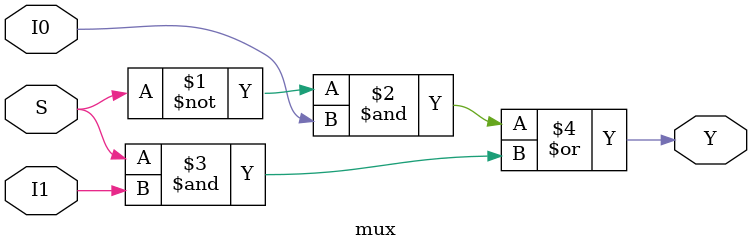
<source format=v>
`timescale 1ns / 1ps


module mux(
    input S,
    input I1,
    input I0,
    output Y
);
assign Y = ((~S & I0)|(S & I1));
endmodule

</source>
